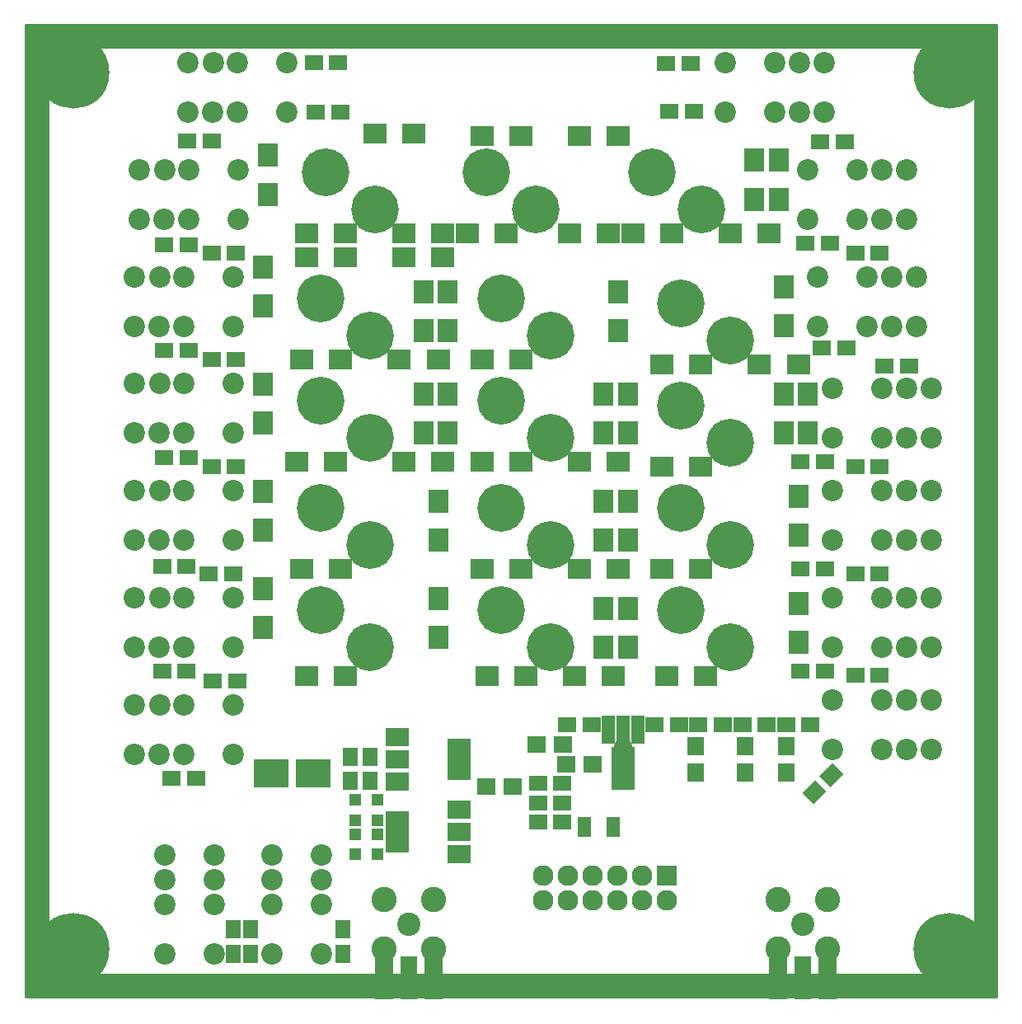
<source format=gts>
G04 #@! TF.FileFunction,Soldermask,Top*
%FSLAX46Y46*%
G04 Gerber Fmt 4.6, Leading zero omitted, Abs format (unit mm)*
G04 Created by KiCad (PCBNEW 4.0.7) date 01/28/18 19:19:15*
%MOMM*%
%LPD*%
G01*
G04 APERTURE LIST*
%ADD10C,0.100000*%
%ADD11R,1.900000X1.650000*%
%ADD12C,4.900000*%
%ADD13R,2.400000X2.000000*%
%ADD14R,2.000000X2.400000*%
%ADD15R,1.400000X2.000000*%
%ADD16C,7.400000*%
%ADD17R,1.650000X1.900000*%
%ADD18R,1.300000X1.200000*%
%ADD19C,2.600000*%
%ADD20C,2.400000*%
%ADD21C,2.200000*%
%ADD22R,2.127200X2.127200*%
%ADD23O,2.127200X2.127200*%
%ADD24R,3.600000X2.900000*%
%ADD25R,1.700000X1.900000*%
%ADD26R,1.900000X1.700000*%
%ADD27R,1.400000X2.900000*%
%ADD28R,2.400000X4.400000*%
%ADD29R,2.400000X4.200000*%
%ADD30R,2.400000X1.900000*%
%ADD31R,1.800000X4.400000*%
%ADD32R,1.900000X4.400000*%
%ADD33C,0.254000*%
G04 APERTURE END LIST*
D10*
D11*
X175350000Y-36000000D03*
X177850000Y-36000000D03*
D12*
X138960000Y-40730000D03*
X144040000Y-44540000D03*
D13*
X141000000Y-24000000D03*
X137000000Y-24000000D03*
D14*
X168000000Y-43500000D03*
X168000000Y-39500000D03*
D12*
X154460000Y-27730000D03*
X159540000Y-31540000D03*
D11*
X158750000Y-21500000D03*
X156250000Y-21500000D03*
X111450000Y-69000000D03*
X108950000Y-69000000D03*
X172250000Y-57500000D03*
X169750000Y-57500000D03*
X172250000Y-68500000D03*
X169750000Y-68500000D03*
X172250000Y-79000000D03*
X169750000Y-79000000D03*
D10*
G36*
X172972271Y-88361002D02*
X174138998Y-89527729D01*
X172795495Y-90871232D01*
X171628768Y-89704505D01*
X172972271Y-88361002D01*
X172972271Y-88361002D01*
G37*
G36*
X171204505Y-90128768D02*
X172371232Y-91295495D01*
X171027729Y-92638998D01*
X169861002Y-91472271D01*
X171204505Y-90128768D01*
X171204505Y-90128768D01*
G37*
D11*
X170250000Y-35000000D03*
X172750000Y-35000000D03*
X105150000Y-90000000D03*
X107650000Y-90000000D03*
X104350000Y-35200000D03*
X106850000Y-35200000D03*
X104350000Y-46000000D03*
X106850000Y-46000000D03*
X104350000Y-57000000D03*
X106850000Y-57000000D03*
X104150000Y-68200000D03*
X106650000Y-68200000D03*
X104150000Y-79000000D03*
X106650000Y-79000000D03*
X122450000Y-21600000D03*
X119950000Y-21600000D03*
X171750000Y-24600000D03*
X174250000Y-24600000D03*
X178350000Y-47600000D03*
X180850000Y-47600000D03*
X175350000Y-58000000D03*
X177850000Y-58000000D03*
X175350000Y-69000000D03*
X177850000Y-69000000D03*
X158450000Y-16600000D03*
X155950000Y-16600000D03*
X175350000Y-79400000D03*
X177850000Y-79400000D03*
X111750000Y-58000000D03*
X109250000Y-58000000D03*
X111750000Y-47000000D03*
X109250000Y-47000000D03*
X111850000Y-80000000D03*
X109350000Y-80000000D03*
X171950000Y-45800000D03*
X174450000Y-45800000D03*
X109250000Y-24500000D03*
X106750000Y-24500000D03*
X119750000Y-16500000D03*
X122250000Y-16500000D03*
X111750000Y-36000000D03*
X109250000Y-36000000D03*
D15*
X150500000Y-95000000D03*
X147500000Y-95000000D03*
D16*
X95000000Y-17500000D03*
X185000000Y-107500000D03*
D17*
X111500000Y-108000000D03*
X111500000Y-105500000D03*
X113250000Y-108000000D03*
X113250000Y-105500000D03*
X122750000Y-108000000D03*
X122750000Y-105500000D03*
D14*
X114500000Y-37500000D03*
X114500000Y-41500000D03*
X114500000Y-49500000D03*
X114500000Y-53500000D03*
X114500000Y-60500000D03*
X114500000Y-64500000D03*
X114500000Y-70500000D03*
X114500000Y-74500000D03*
D13*
X123000000Y-34000000D03*
X119000000Y-34000000D03*
X129000000Y-34000000D03*
X133000000Y-34000000D03*
X128500000Y-47000000D03*
X132500000Y-47000000D03*
X129000000Y-57500000D03*
X133000000Y-57500000D03*
X122500000Y-68500000D03*
X118500000Y-68500000D03*
X123000000Y-79500000D03*
X119000000Y-79500000D03*
X123000000Y-36500000D03*
X119000000Y-36500000D03*
X122500000Y-47000000D03*
X118500000Y-47000000D03*
X122000000Y-57500000D03*
X118000000Y-57500000D03*
X130000000Y-23750000D03*
X126000000Y-23750000D03*
X129000000Y-36500000D03*
X133000000Y-36500000D03*
D14*
X133500000Y-44000000D03*
X133500000Y-40000000D03*
X131000000Y-44000000D03*
X131000000Y-40000000D03*
X133500000Y-54500000D03*
X133500000Y-50500000D03*
X131000000Y-54500000D03*
X131000000Y-50500000D03*
X132500000Y-65500000D03*
X132500000Y-61500000D03*
X132500000Y-75500000D03*
X132500000Y-71500000D03*
D13*
X139500000Y-34000000D03*
X135500000Y-34000000D03*
X147000000Y-57500000D03*
X151000000Y-57500000D03*
X141000000Y-68500000D03*
X137000000Y-68500000D03*
X141500000Y-79500000D03*
X137500000Y-79500000D03*
X141000000Y-47000000D03*
X137000000Y-47000000D03*
X146000000Y-34000000D03*
X150000000Y-34000000D03*
X141000000Y-57500000D03*
X137000000Y-57500000D03*
X147000000Y-68500000D03*
X151000000Y-68500000D03*
X146500000Y-79500000D03*
X150500000Y-79500000D03*
X151000000Y-24000000D03*
X147000000Y-24000000D03*
D14*
X151000000Y-44000000D03*
X151000000Y-40000000D03*
X152000000Y-54500000D03*
X152000000Y-50500000D03*
X149500000Y-54500000D03*
X149500000Y-50500000D03*
X149500000Y-65500000D03*
X149500000Y-61500000D03*
X152000000Y-65500000D03*
X152000000Y-61500000D03*
X149500000Y-76500000D03*
X149500000Y-72500000D03*
X152000000Y-76500000D03*
X152000000Y-72500000D03*
D13*
X162500000Y-34000000D03*
X166500000Y-34000000D03*
X165500000Y-47500000D03*
X169500000Y-47500000D03*
X159500000Y-58000000D03*
X155500000Y-58000000D03*
X159500000Y-68500000D03*
X155500000Y-68500000D03*
X160000000Y-79500000D03*
X156000000Y-79500000D03*
X156500000Y-34000000D03*
X152500000Y-34000000D03*
X159500000Y-47500000D03*
X155500000Y-47500000D03*
D14*
X167500000Y-30500000D03*
X167500000Y-26500000D03*
X165000000Y-30500000D03*
X165000000Y-26500000D03*
X170500000Y-54500000D03*
X170500000Y-50500000D03*
X168000000Y-54500000D03*
X168000000Y-50500000D03*
X169500000Y-65000000D03*
X169500000Y-61000000D03*
X169500000Y-76000000D03*
X169500000Y-72000000D03*
X115000000Y-26000000D03*
X115000000Y-30000000D03*
D18*
X124000000Y-97800000D03*
X124000000Y-95700000D03*
X124000000Y-94300000D03*
X124000000Y-92200000D03*
X126250000Y-95700000D03*
X126250000Y-97800000D03*
X126250000Y-92200000D03*
X126250000Y-94300000D03*
D19*
X126960000Y-107540000D03*
X126960000Y-102460000D03*
X132040000Y-102460000D03*
X132040000Y-107540000D03*
D20*
X129500000Y-105000000D03*
D12*
X120960000Y-27730000D03*
X126040000Y-31540000D03*
X120460000Y-40730000D03*
X125540000Y-44540000D03*
X120460000Y-51230000D03*
X125540000Y-55040000D03*
X120460000Y-62230000D03*
X125540000Y-66040000D03*
X120460000Y-72730000D03*
X125540000Y-76540000D03*
X137460000Y-27730000D03*
X142540000Y-31540000D03*
X138960000Y-51230000D03*
X144040000Y-55040000D03*
X138960000Y-62230000D03*
X144040000Y-66040000D03*
X138960000Y-72730000D03*
X144040000Y-76540000D03*
X157460000Y-41230000D03*
X162540000Y-45040000D03*
X157460000Y-51730000D03*
X162540000Y-55540000D03*
X157460000Y-62230000D03*
X162540000Y-66040000D03*
X157460000Y-72730000D03*
X162540000Y-76540000D03*
D16*
X95000000Y-107500000D03*
X185000000Y-17500000D03*
D19*
X167460000Y-107540000D03*
X167460000Y-102460000D03*
X172540000Y-102460000D03*
X172540000Y-107540000D03*
D20*
X170000000Y-105000000D03*
D21*
X109540000Y-108000000D03*
X104460000Y-108000000D03*
X109540000Y-97840000D03*
X109540000Y-102920000D03*
X109540000Y-100400000D03*
X104460000Y-97840000D03*
X104460000Y-102920000D03*
X104460000Y-100380000D03*
X120540000Y-108000000D03*
X115460000Y-108000000D03*
X120540000Y-97840000D03*
X120540000Y-102920000D03*
X120540000Y-100400000D03*
X115460000Y-97840000D03*
X115460000Y-102920000D03*
X115460000Y-100380000D03*
X112000000Y-27460000D03*
X112000000Y-32540000D03*
X101840000Y-27460000D03*
X106920000Y-27460000D03*
X104400000Y-27460000D03*
X101840000Y-32540000D03*
X106920000Y-32540000D03*
X104380000Y-32540000D03*
X111500000Y-38460000D03*
X111500000Y-43540000D03*
X101340000Y-38460000D03*
X106420000Y-38460000D03*
X103900000Y-38460000D03*
X101340000Y-43540000D03*
X106420000Y-43540000D03*
X103880000Y-43540000D03*
X111500000Y-49460000D03*
X111500000Y-54540000D03*
X101340000Y-49460000D03*
X106420000Y-49460000D03*
X103900000Y-49460000D03*
X101340000Y-54540000D03*
X106420000Y-54540000D03*
X103880000Y-54540000D03*
X111500000Y-60460000D03*
X111500000Y-65540000D03*
X101340000Y-60460000D03*
X106420000Y-60460000D03*
X103900000Y-60460000D03*
X101340000Y-65540000D03*
X106420000Y-65540000D03*
X103880000Y-65540000D03*
X111500000Y-71460000D03*
X111500000Y-76540000D03*
X101340000Y-71460000D03*
X106420000Y-71460000D03*
X103900000Y-71460000D03*
X101340000Y-76540000D03*
X106420000Y-76540000D03*
X103880000Y-76540000D03*
X111500000Y-82460000D03*
X111500000Y-87540000D03*
X101340000Y-82460000D03*
X106420000Y-82460000D03*
X103900000Y-82460000D03*
X101340000Y-87540000D03*
X106420000Y-87540000D03*
X103880000Y-87540000D03*
X117000000Y-16460000D03*
X117000000Y-21540000D03*
X106840000Y-16460000D03*
X111920000Y-16460000D03*
X109400000Y-16460000D03*
X106840000Y-21540000D03*
X111920000Y-21540000D03*
X109380000Y-21540000D03*
X170500000Y-32540000D03*
X170500000Y-27460000D03*
X180660000Y-32540000D03*
X175580000Y-32540000D03*
X178100000Y-32540000D03*
X180660000Y-27460000D03*
X175580000Y-27460000D03*
X178120000Y-27460000D03*
X171500000Y-43540000D03*
X171500000Y-38460000D03*
X181660000Y-43540000D03*
X176580000Y-43540000D03*
X179100000Y-43540000D03*
X181660000Y-38460000D03*
X176580000Y-38460000D03*
X179120000Y-38460000D03*
X173000000Y-55040000D03*
X173000000Y-49960000D03*
X183160000Y-55040000D03*
X178080000Y-55040000D03*
X180600000Y-55040000D03*
X183160000Y-49960000D03*
X178080000Y-49960000D03*
X180620000Y-49960000D03*
X173000000Y-65540000D03*
X173000000Y-60460000D03*
X183160000Y-65540000D03*
X178080000Y-65540000D03*
X180600000Y-65540000D03*
X183160000Y-60460000D03*
X178080000Y-60460000D03*
X180620000Y-60460000D03*
X173000000Y-76540000D03*
X173000000Y-71460000D03*
X183160000Y-76540000D03*
X178080000Y-76540000D03*
X180600000Y-76540000D03*
X183160000Y-71460000D03*
X178080000Y-71460000D03*
X180620000Y-71460000D03*
X173000000Y-87040000D03*
X173000000Y-81960000D03*
X183160000Y-87040000D03*
X178080000Y-87040000D03*
X180600000Y-87040000D03*
X183160000Y-81960000D03*
X178080000Y-81960000D03*
X180620000Y-81960000D03*
X162000000Y-21540000D03*
X162000000Y-16460000D03*
X172160000Y-21540000D03*
X167080000Y-21540000D03*
X169600000Y-21540000D03*
X172160000Y-16460000D03*
X167080000Y-16460000D03*
X169620000Y-16460000D03*
D22*
X156000000Y-100000000D03*
D23*
X156000000Y-102540000D03*
X153460000Y-100000000D03*
X153460000Y-102540000D03*
X150920000Y-100000000D03*
X150920000Y-102540000D03*
X148380000Y-100000000D03*
X148380000Y-102540000D03*
X145840000Y-100000000D03*
X145840000Y-102540000D03*
X143300000Y-100000000D03*
X143300000Y-102540000D03*
D11*
X148250000Y-84500000D03*
X145750000Y-84500000D03*
X142750000Y-90500000D03*
X145250000Y-90500000D03*
X142750000Y-92500000D03*
X145250000Y-92500000D03*
X142750000Y-94500000D03*
X145250000Y-94500000D03*
X157250000Y-84500000D03*
X154750000Y-84500000D03*
D17*
X125500000Y-87750000D03*
X125500000Y-90250000D03*
D11*
X161750000Y-84500000D03*
X159250000Y-84500000D03*
D17*
X123500000Y-87750000D03*
X123500000Y-90250000D03*
D24*
X115350000Y-89500000D03*
X119650000Y-89500000D03*
D11*
X166250000Y-84500000D03*
X163750000Y-84500000D03*
X170750000Y-84500000D03*
X168250000Y-84500000D03*
D25*
X159000000Y-86650000D03*
X159000000Y-89350000D03*
X164000000Y-86650000D03*
X164000000Y-89350000D03*
X168250000Y-86650000D03*
X168250000Y-89350000D03*
D26*
X145350000Y-86500000D03*
X142650000Y-86500000D03*
X137450000Y-90800000D03*
X140150000Y-90800000D03*
D27*
X153000000Y-85020000D03*
X151500000Y-85020000D03*
X150000000Y-85020000D03*
D28*
X151500000Y-88980000D03*
D10*
G36*
X150300000Y-87205000D02*
X150800000Y-86055000D01*
X152200000Y-86055000D01*
X152700000Y-87205000D01*
X150300000Y-87205000D01*
X150300000Y-87205000D01*
G37*
D26*
X148350000Y-88500000D03*
X145650000Y-88500000D03*
D29*
X134650000Y-88000000D03*
D30*
X128350000Y-88000000D03*
X128350000Y-90300000D03*
X128350000Y-85700000D03*
D31*
X170000000Y-110500000D03*
D32*
X172540000Y-110500000D03*
X167460000Y-110500000D03*
D31*
X129500000Y-110500000D03*
D32*
X132040000Y-110500000D03*
X126960000Y-110500000D03*
D29*
X128350000Y-95500000D03*
D30*
X134650000Y-95500000D03*
X134650000Y-93200000D03*
X134650000Y-97800000D03*
D33*
G36*
X189873000Y-112373000D02*
X90127000Y-112373000D01*
X90127000Y-15000000D01*
X92373000Y-15000000D01*
X92373000Y-110000000D01*
X92383006Y-110049410D01*
X92411447Y-110091035D01*
X92453841Y-110118315D01*
X92500000Y-110127000D01*
X187500000Y-110127000D01*
X187549410Y-110116994D01*
X187591035Y-110088553D01*
X187618315Y-110046159D01*
X187627000Y-110000000D01*
X187627000Y-15000000D01*
X187616994Y-14950590D01*
X187588553Y-14908965D01*
X187546159Y-14881685D01*
X187500000Y-14873000D01*
X92500000Y-14873000D01*
X92450590Y-14883006D01*
X92408965Y-14911447D01*
X92381685Y-14953841D01*
X92373000Y-15000000D01*
X90127000Y-15000000D01*
X90127000Y-12627000D01*
X189873000Y-12627000D01*
X189873000Y-112373000D01*
X189873000Y-112373000D01*
G37*
X189873000Y-112373000D02*
X90127000Y-112373000D01*
X90127000Y-15000000D01*
X92373000Y-15000000D01*
X92373000Y-110000000D01*
X92383006Y-110049410D01*
X92411447Y-110091035D01*
X92453841Y-110118315D01*
X92500000Y-110127000D01*
X187500000Y-110127000D01*
X187549410Y-110116994D01*
X187591035Y-110088553D01*
X187618315Y-110046159D01*
X187627000Y-110000000D01*
X187627000Y-15000000D01*
X187616994Y-14950590D01*
X187588553Y-14908965D01*
X187546159Y-14881685D01*
X187500000Y-14873000D01*
X92500000Y-14873000D01*
X92450590Y-14883006D01*
X92408965Y-14911447D01*
X92381685Y-14953841D01*
X92373000Y-15000000D01*
X90127000Y-15000000D01*
X90127000Y-12627000D01*
X189873000Y-12627000D01*
X189873000Y-112373000D01*
M02*

</source>
